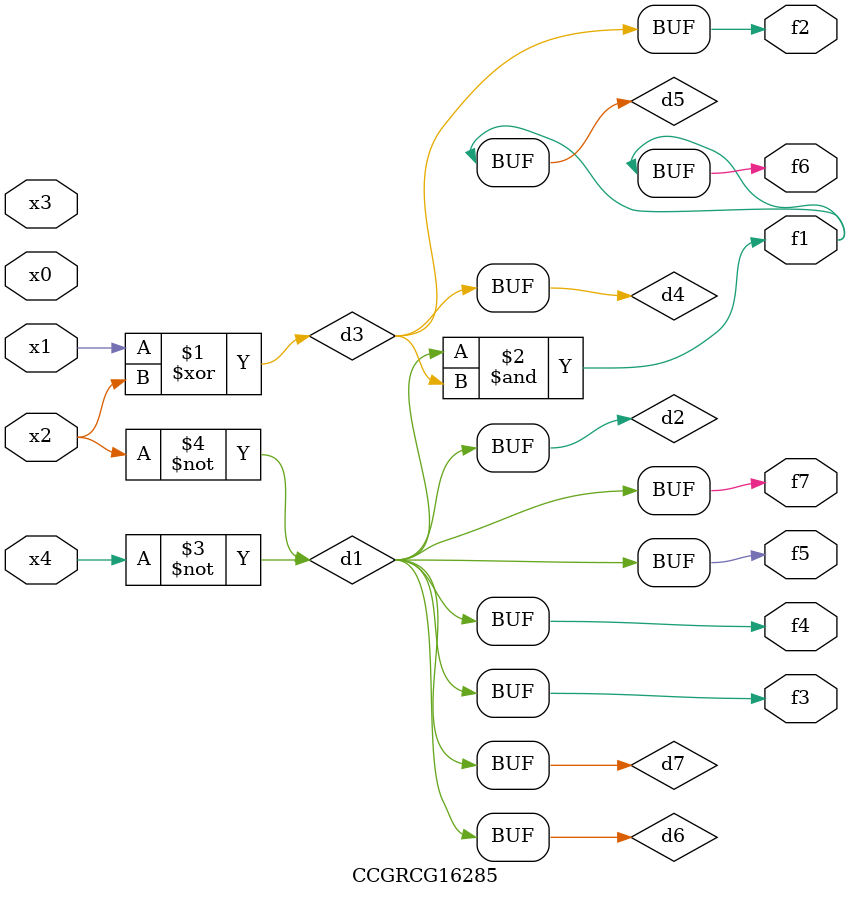
<source format=v>
module CCGRCG16285(
	input x0, x1, x2, x3, x4,
	output f1, f2, f3, f4, f5, f6, f7
);

	wire d1, d2, d3, d4, d5, d6, d7;

	not (d1, x4);
	not (d2, x2);
	xor (d3, x1, x2);
	buf (d4, d3);
	and (d5, d1, d3);
	buf (d6, d1, d2);
	buf (d7, d2);
	assign f1 = d5;
	assign f2 = d4;
	assign f3 = d7;
	assign f4 = d7;
	assign f5 = d7;
	assign f6 = d5;
	assign f7 = d7;
endmodule

</source>
